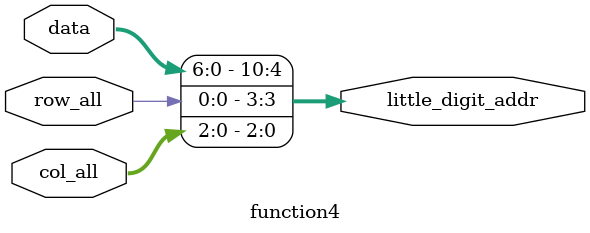
<source format=v>
`timescale 1ns / 1ps

//map for little digit
module function4(
	input wire [7:0] data,
	input wire [10:0] col_all,
	input wire [2:0] row_all,
	output wire [10:0] little_digit_addr
    );
	
	assign little_digit_addr = {data[6:0],row_all[0],col_all[2:0]};
	
endmodule

</source>
